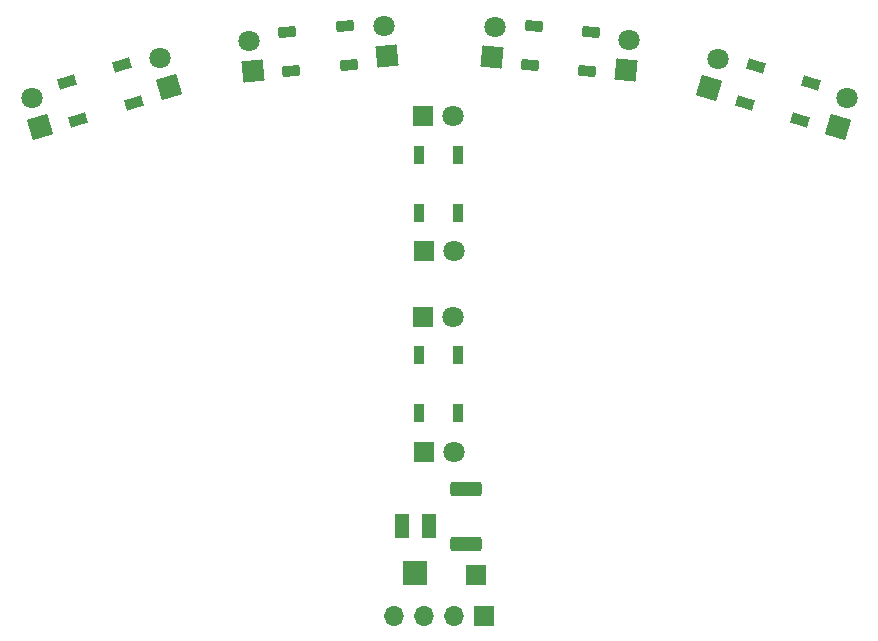
<source format=gbr>
%TF.GenerationSoftware,KiCad,Pcbnew,7.0.9*%
%TF.CreationDate,2025-01-15T18:35:07+09:00*%
%TF.ProjectId,line_side_robot2,6c696e65-5f73-4696-9465-5f726f626f74,rev?*%
%TF.SameCoordinates,Original*%
%TF.FileFunction,Soldermask,Top*%
%TF.FilePolarity,Negative*%
%FSLAX46Y46*%
G04 Gerber Fmt 4.6, Leading zero omitted, Abs format (unit mm)*
G04 Created by KiCad (PCBNEW 7.0.9) date 2025-01-15 18:35:07*
%MOMM*%
%LPD*%
G01*
G04 APERTURE LIST*
G04 Aperture macros list*
%AMRoundRect*
0 Rectangle with rounded corners*
0 $1 Rounding radius*
0 $2 $3 $4 $5 $6 $7 $8 $9 X,Y pos of 4 corners*
0 Add a 4 corners polygon primitive as box body*
4,1,4,$2,$3,$4,$5,$6,$7,$8,$9,$2,$3,0*
0 Add four circle primitives for the rounded corners*
1,1,$1+$1,$2,$3*
1,1,$1+$1,$4,$5*
1,1,$1+$1,$6,$7*
1,1,$1+$1,$8,$9*
0 Add four rect primitives between the rounded corners*
20,1,$1+$1,$2,$3,$4,$5,0*
20,1,$1+$1,$4,$5,$6,$7,0*
20,1,$1+$1,$6,$7,$8,$9,0*
20,1,$1+$1,$8,$9,$2,$3,0*%
%AMRotRect*
0 Rectangle, with rotation*
0 The origin of the aperture is its center*
0 $1 length*
0 $2 width*
0 $3 Rotation angle, in degrees counterclockwise*
0 Add horizontal line*
21,1,$1,$2,0,0,$3*%
G04 Aperture macros list end*
%ADD10R,1.700000X1.700000*%
%ADD11RotRect,1.800000X1.800000X73.000000*%
%ADD12C,1.800000*%
%ADD13R,1.800000X1.800000*%
%ADD14RotRect,1.500000X0.900000X163.000000*%
%ADD15RotRect,1.800000X1.800000X96.000000*%
%ADD16RotRect,1.500000X0.900000X197.000000*%
%ADD17RotRect,1.800000X1.800000X107.000000*%
%ADD18R,0.900000X1.500000*%
%ADD19O,1.700000X1.700000*%
%ADD20RoundRect,0.250000X1.075000X-0.362500X1.075000X0.362500X-1.075000X0.362500X-1.075000X-0.362500X0*%
%ADD21RotRect,1.800000X1.800000X84.000000*%
%ADD22R,1.300000X2.000000*%
%ADD23R,2.000000X2.000000*%
%ADD24RotRect,1.500000X0.900000X186.000000*%
%ADD25RotRect,1.500000X0.900000X174.000000*%
G04 APERTURE END LIST*
D10*
%TO.C,J2*%
X157100000Y-72500000D03*
%TD*%
D11*
%TO.C,Q7*%
X176863974Y-31237940D03*
D12*
X177606598Y-28808926D03*
%TD*%
D13*
%TO.C,Q12*%
X152705000Y-62060000D03*
D12*
X155245000Y-62060000D03*
%TD*%
D14*
%TO.C,D5*%
X184569476Y-33944056D03*
X185534303Y-30788250D03*
X180848410Y-29355628D03*
X179883583Y-32511434D03*
%TD*%
D15*
%TO.C,Q4*%
X149582139Y-28533510D03*
D12*
X149316637Y-26007424D03*
%TD*%
D16*
%TO.C,D3*%
X128152835Y-32487468D03*
X127188008Y-29331662D03*
X122502115Y-30764284D03*
X123466942Y-33920090D03*
%TD*%
D17*
%TO.C,Q2*%
X131164465Y-31153672D03*
D12*
X130421841Y-28724658D03*
%TD*%
D18*
%TO.C,D1*%
X152335000Y-58800000D03*
X155635000Y-58800000D03*
X155635000Y-53900000D03*
X152335000Y-53900000D03*
%TD*%
D11*
%TO.C,Q8*%
X187812080Y-34522371D03*
D12*
X188554704Y-32093357D03*
%TD*%
D15*
%TO.C,Q3*%
X138221025Y-29787942D03*
D12*
X137955523Y-27261856D03*
%TD*%
D10*
%TO.C,J1*%
X157784013Y-75931020D03*
D19*
X155244013Y-75931020D03*
X152704013Y-75931020D03*
X150164013Y-75931020D03*
%TD*%
D20*
%TO.C,R1*%
X156330000Y-69822500D03*
X156330000Y-65197500D03*
%TD*%
D21*
%TO.C,Q6*%
X169834742Y-29737884D03*
D12*
X170100244Y-27211798D03*
%TD*%
D22*
%TO.C,RV1*%
X150840000Y-68330000D03*
D23*
X151990000Y-72330000D03*
D22*
X153140000Y-68330000D03*
%TD*%
D18*
%TO.C,D2*%
X152335000Y-41800000D03*
X155635000Y-41800000D03*
X155635000Y-36900000D03*
X152335000Y-36900000D03*
%TD*%
D24*
%TO.C,D6*%
X146371342Y-29268154D03*
X146026398Y-25986232D03*
X141153240Y-26498422D03*
X141498184Y-29780344D03*
%TD*%
D13*
%TO.C,Q11*%
X152670000Y-50640000D03*
D12*
X155210000Y-50640000D03*
%TD*%
D17*
%TO.C,Q1*%
X120251444Y-34552859D03*
D12*
X119508820Y-32123845D03*
%TD*%
D25*
%TO.C,D4*%
X166541367Y-29788912D03*
X166886311Y-26506990D03*
X162013153Y-25994800D03*
X161668209Y-29276722D03*
%TD*%
D13*
%TO.C,Q10*%
X152720000Y-45040000D03*
D12*
X155260000Y-45040000D03*
%TD*%
D21*
%TO.C,Q5*%
X158461085Y-28602795D03*
D12*
X158726587Y-26076709D03*
%TD*%
D13*
%TO.C,Q9*%
X152670000Y-33640000D03*
D12*
X155210000Y-33640000D03*
%TD*%
M02*

</source>
